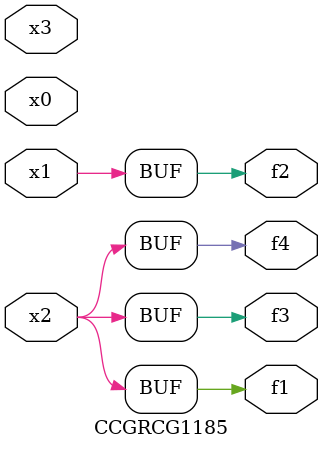
<source format=v>
module CCGRCG1185(
	input x0, x1, x2, x3,
	output f1, f2, f3, f4
);
	assign f1 = x2;
	assign f2 = x1;
	assign f3 = x2;
	assign f4 = x2;
endmodule

</source>
